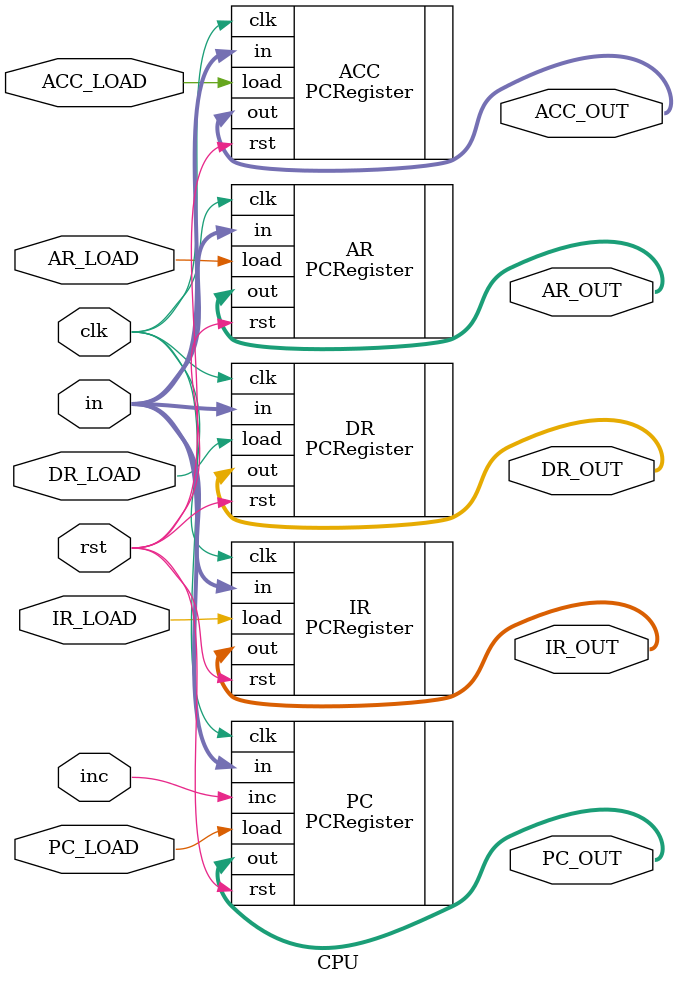
<source format=v>
`timescale 1ns / 1ps


module CPU(
    input [7:0] in,
    output reg [7:0] ACC_OUT, IR_OUT, DR_OUT, PC_OUT, AR_OUT,
    input clk,
    input ACC_LOAD, IR_LOAD, DR_LOAD, PC_LOAD, AR_LOAD,
    input inc,
    input rst
); 

PCRegister ACC(
    .in(in), 
    .out(ACC_OUT), 
    .clk(clk), 
    .load(ACC_LOAD),
    .rst(rst)   
);
PCRegister IR(
    .in(in), 
    .out(IR_OUT), 
    .clk(clk), 
    .load(IR_LOAD),
    .rst(rst)  
);
PCRegister DR(
    .in(in), 
    .out(DR_OUT), 
    .clk(clk), 
    .load(DR_LOAD),
    .rst(rst)  
);
PCRegister PC(
    .in(in), 
    .out(PC_OUT), 
    .clk(clk), 
    .load(PC_LOAD),
    .inc(inc),
    .rst(rst)  
);
PCRegister AR(
    .in(in), 
    .out(AR_OUT), 
    .clk(clk), 
    .load(AR_LOAD),
    .rst(rst)  
);

endmodule

</source>
